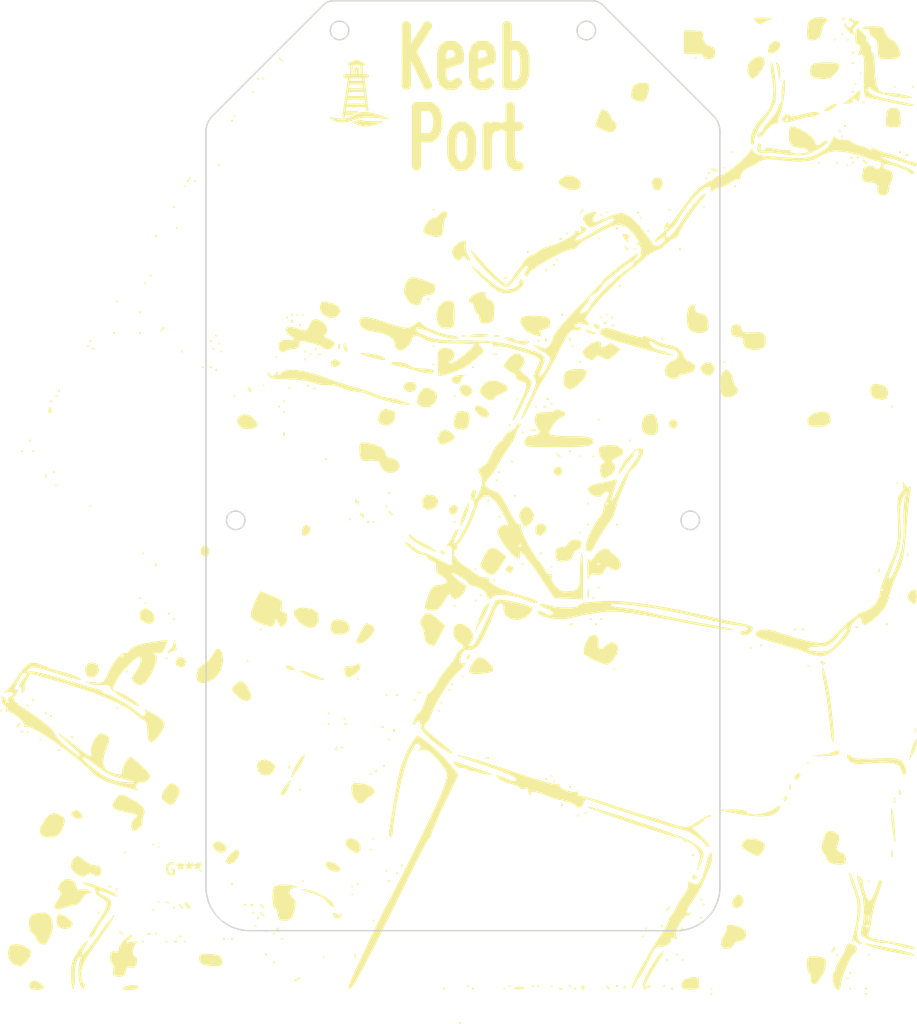
<source format=kicad_pcb>
(kicad_pcb (version 20240108) (generator "pcbnew") (generator_version "8.0")
  (layers (0 "F.Cu" signal) (31 "B.Cu" signal) (34 "B.Paste" user) (35 "F.Paste" user) (36 "B.SilkS" user "B.Silkscreen") (37 "F.SilkS" user "F.Silkscreen") (38 "B.Mask" user) (39 "F.Mask" user) (44 "Edge.Cuts" user))
  (net 0 "")
  (footprint "Keyboard_Components:KeebPort_Logo" (layer "F.Cu") (at 100.66 50.91)
    (property "Reference" "REF**" (hide yes))
    (property "Value" "KeebPort_Logo")
    (fp_text user "Port" (at 14.65 5.79 0) (layer "F.SilkS") (effects (font (size 8 5) (thickness 1.25))))
    (fp_text user "Keeb" (at 14.59 -5.09 0) (layer "F.SilkS") (effects (font (size 8 5) (thickness 1.25))))
  )
  (footprint "Keyboard_Components:Blokhus_small" (layer "F.Cu") (at 77.378333 154.959445)
    (property "Reference" "G***" (at 0 0 0) (layer "F.SilkS") (effects (font (size 1.524 1.524) (thickness 0.3))))
    (property "Value" "LOGO" (hide yes))
  )
  (gr_line (start 132.427073 38.1) (end 97.612927 38.1) (stroke (width 0.2)) (layer "Edge.Cuts"))
  (gr_arc (start 86.27 163.2) (mid 82.133425 161.486575) (end 80.42 157.35) (stroke (width 0.2)) (layer "Edge.Cuts"))
  (gr_arc (start 96.198714 38.685786) (mid 96.847562 38.25225) (end 97.612927 38.1) (stroke (width 0.2)) (layer "Edge.Cuts"))
  (gr_arc (start 148.74132 53.58582) (mid 149.391639 54.55909) (end 149.62 55.707141) (stroke (width 0.2)) (layer "Edge.Cuts"))
  (gr_circle (center 98.401869 42.096403) (end 97.151869 42.096403) (stroke (width 0.2)) (fill none) (layer "Edge.Cuts"))
  (gr_circle (center 131.627707 42.105952) (end 130.377707 42.105952) (stroke (width 0.2)) (fill none) (layer "Edge.Cuts"))
  (gr_circle (center 145.62 108) (end 144.37 108) (stroke (width 0.2)) (fill none) (layer "Edge.Cuts"))
  (gr_circle (center 84.42 108) (end 83.17 108) (stroke (width 0.2)) (fill none) (layer "Edge.Cuts"))
  (gr_line (start 80.42 55.707141) (end 80.42 157.35) (stroke (width 0.2)) (layer "Edge.Cuts"))
  (gr_line (start 148.74132 53.58582) (end 133.841286 38.685786) (stroke (width 0.2)) (layer "Edge.Cuts"))
  (gr_arc (start 80.42 55.707141) (mid 80.648348 54.559082) (end 81.29868 53.58582) (stroke (width 0.2)) (layer "Edge.Cuts"))
  (gr_arc (start 149.62 157.35) (mid 147.906575 161.486575) (end 143.77 163.2) (stroke (width 0.2)) (layer "Edge.Cuts"))
  (gr_line (start 149.62 157.35) (end 149.62 55.707141) (stroke (width 0.2)) (layer "Edge.Cuts"))
  (gr_line (start 96.198714 38.685786) (end 81.29868 53.58582) (stroke (width 0.2)) (layer "Edge.Cuts"))
  (gr_arc (start 132.427073 38.1) (mid 133.19244 38.252241) (end 133.841286 38.685786) (stroke (width 0.2)) (layer "Edge.Cuts"))
  (gr_line (start 86.27 163.2) (end 143.77 163.2) (stroke (width 0.2)) (layer "Edge.Cuts"))
)
</source>
